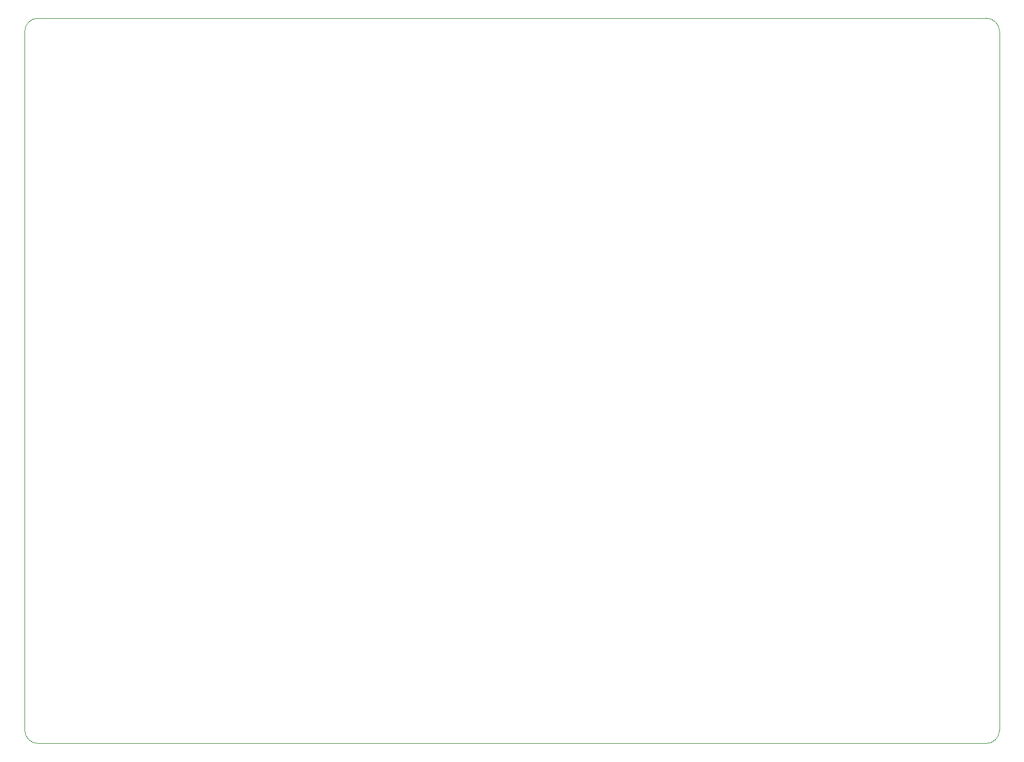
<source format=gbr>
%TF.GenerationSoftware,KiCad,Pcbnew,7.0.9*%
%TF.CreationDate,2024-01-10T08:13:28-06:00*%
%TF.ProjectId,RC15,52433135-2e6b-4696-9361-645f70636258,rev?*%
%TF.SameCoordinates,Original*%
%TF.FileFunction,Profile,NP*%
%FSLAX46Y46*%
G04 Gerber Fmt 4.6, Leading zero omitted, Abs format (unit mm)*
G04 Created by KiCad (PCBNEW 7.0.9) date 2024-01-10 08:13:28*
%MOMM*%
%LPD*%
G01*
G04 APERTURE LIST*
%TA.AperFunction,Profile*%
%ADD10C,0.100000*%
%TD*%
G04 APERTURE END LIST*
D10*
X20000000Y-126000000D02*
G75*
G03*
X22000000Y-128000000I2000000J0D01*
G01*
X22000000Y-20000000D02*
X163000000Y-20000000D01*
X20000000Y-126000000D02*
X20000000Y-22000000D01*
X165000000Y-22000000D02*
G75*
G03*
X163000000Y-20000000I-2000000J0D01*
G01*
X163000000Y-128000000D02*
G75*
G03*
X165000000Y-126000000I0J2000000D01*
G01*
X22000000Y-20000000D02*
G75*
G03*
X20000000Y-22000000I0J-2000000D01*
G01*
X163000000Y-128000000D02*
X22000000Y-128000000D01*
X165000000Y-126000000D02*
X165000000Y-22000000D01*
M02*

</source>
